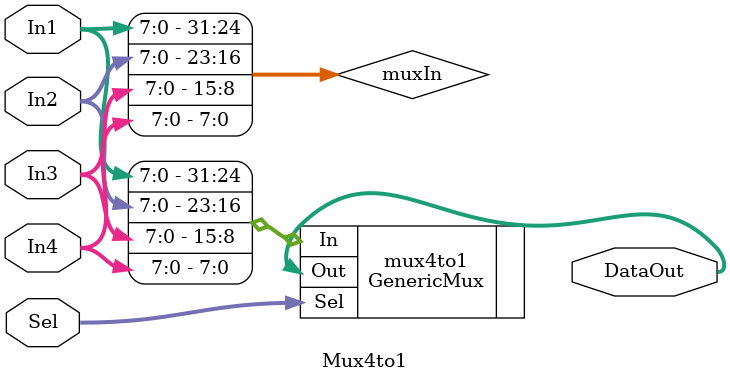
<source format=v>
`timescale 1ns / 1ps
module Mux4to1
#( parameter BITWIDTH=8 )
(
	DataOut,
	In1,
	In2,
	In3,
	In4,
	Sel
);

output [BITWIDTH-1:0] DataOut;
input [BITWIDTH-1:0] In1;
input [BITWIDTH-1:0] In2;
input [BITWIDTH-1:0] In3;
input [BITWIDTH-1:0] In4;
input [1:0] Sel;

wire [(BITWIDTH*4)-1:0] muxIn;
wire [1:0] muxSel;

assign muxIn[(BITWIDTH*4)-1:(BITWIDTH*3)] = In1;
assign muxIn[(BITWIDTH*3)-1:(BITWIDTH*2)] = In2;
assign muxIn[(BITWIDTH*2)-1:(BITWIDTH)] = In3;
assign muxIn[BITWIDTH-1:0] = In4;


GenericMux #( .SEL_WIDTH(2), .DATA_WIDTH(BITWIDTH) ) mux4to1
(
	.Out(DataOut),
	.In(muxIn),
	.Sel(Sel)
);

endmodule

</source>
